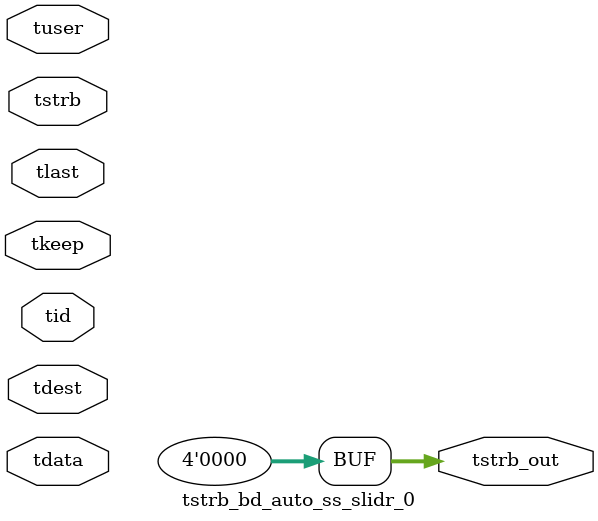
<source format=v>


`timescale 1ps/1ps

module tstrb_bd_auto_ss_slidr_0 #
(
parameter C_S_AXIS_TDATA_WIDTH = 32,
parameter C_S_AXIS_TUSER_WIDTH = 0,
parameter C_S_AXIS_TID_WIDTH   = 0,
parameter C_S_AXIS_TDEST_WIDTH = 0,
parameter C_M_AXIS_TDATA_WIDTH = 32
)
(
input  [(C_S_AXIS_TDATA_WIDTH == 0 ? 1 : C_S_AXIS_TDATA_WIDTH)-1:0     ] tdata,
input  [(C_S_AXIS_TUSER_WIDTH == 0 ? 1 : C_S_AXIS_TUSER_WIDTH)-1:0     ] tuser,
input  [(C_S_AXIS_TID_WIDTH   == 0 ? 1 : C_S_AXIS_TID_WIDTH)-1:0       ] tid,
input  [(C_S_AXIS_TDEST_WIDTH == 0 ? 1 : C_S_AXIS_TDEST_WIDTH)-1:0     ] tdest,
input  [(C_S_AXIS_TDATA_WIDTH/8)-1:0 ] tkeep,
input  [(C_S_AXIS_TDATA_WIDTH/8)-1:0 ] tstrb,
input                                                                    tlast,
output [(C_M_AXIS_TDATA_WIDTH/8)-1:0 ] tstrb_out
);

assign tstrb_out = {1'b0};

endmodule


</source>
